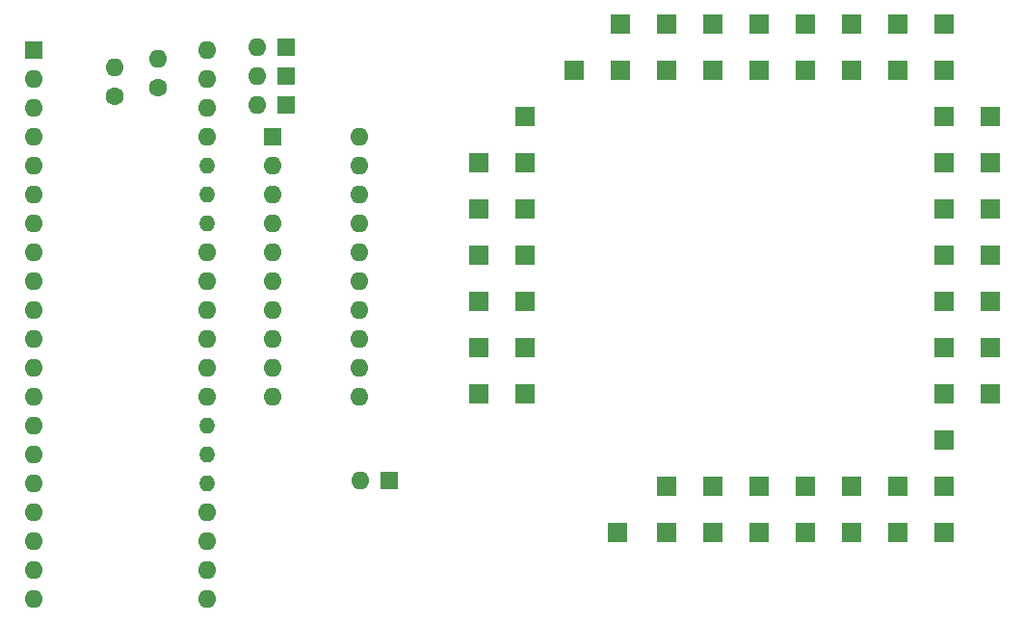
<source format=gbs>
G04 #@! TF.GenerationSoftware,KiCad,Pcbnew,(6.0.0)*
G04 #@! TF.CreationDate,2023-01-29T20:42:12-05:00*
G04 #@! TF.ProjectId,tms7000 qfp 60 adapter,746d7337-3030-4302-9071-667020363020,rev?*
G04 #@! TF.SameCoordinates,Original*
G04 #@! TF.FileFunction,Soldermask,Bot*
G04 #@! TF.FilePolarity,Negative*
%FSLAX46Y46*%
G04 Gerber Fmt 4.6, Leading zero omitted, Abs format (unit mm)*
G04 Created by KiCad (PCBNEW (6.0.0)) date 2023-01-29 20:42:12*
%MOMM*%
%LPD*%
G01*
G04 APERTURE LIST*
%ADD10R,1.700000X1.700000*%
%ADD11R,1.600000X1.600000*%
%ADD12O,1.600000X1.600000*%
%ADD13C,1.600000*%
%ADD14O,1.400000X1.400000*%
G04 APERTURE END LIST*
D10*
X200152000Y-54356000D03*
X179832000Y-50292000D03*
X175768000Y-46228000D03*
X187960000Y-90932000D03*
X183896000Y-86868000D03*
X204216000Y-74676000D03*
D11*
X151384000Y-86360000D03*
D12*
X148844000Y-86360000D03*
D10*
X159258000Y-78740000D03*
X196088000Y-50292000D03*
D13*
X131064000Y-51845000D03*
D12*
X131064000Y-49305000D03*
D10*
X163322000Y-74676000D03*
X187960000Y-50292000D03*
X200152000Y-82804000D03*
X200152000Y-70612000D03*
X204216000Y-58420000D03*
X196088000Y-46228000D03*
X163322000Y-66548000D03*
X163322000Y-78740000D03*
X171704000Y-50292000D03*
X183896000Y-46228000D03*
X179832000Y-90932000D03*
X175768000Y-86868000D03*
X192024000Y-86868000D03*
X183896000Y-50292000D03*
X179832000Y-46228000D03*
X163322000Y-62484000D03*
X171450000Y-90932000D03*
X179832000Y-86868000D03*
D11*
X141102000Y-56134000D03*
D12*
X141102000Y-58674000D03*
X141102000Y-61214000D03*
X141102000Y-63754000D03*
X141102000Y-66294000D03*
X141102000Y-68834000D03*
X141102000Y-71374000D03*
X141102000Y-73914000D03*
X141102000Y-76454000D03*
X141102000Y-78994000D03*
X148722000Y-78994000D03*
X148722000Y-76454000D03*
X148722000Y-73914000D03*
X148722000Y-71374000D03*
X148722000Y-68834000D03*
X148722000Y-66294000D03*
X148722000Y-63754000D03*
X148722000Y-61214000D03*
X148722000Y-58674000D03*
X148722000Y-56134000D03*
D10*
X192024000Y-90932000D03*
X159258000Y-62484000D03*
D11*
X142325810Y-50800000D03*
D12*
X139785810Y-50800000D03*
D10*
X196088000Y-86868000D03*
X175768000Y-90932000D03*
X200152000Y-62484000D03*
X183896000Y-90932000D03*
X200152000Y-46228000D03*
D11*
X120116000Y-48531500D03*
D12*
X120116000Y-51071500D03*
X120116000Y-53611500D03*
X120116000Y-56151500D03*
X120116000Y-58691500D03*
X120116000Y-61231500D03*
X120116000Y-63771500D03*
X120116000Y-66311500D03*
X120116000Y-68851500D03*
X120116000Y-71391500D03*
X120116000Y-73931500D03*
X120116000Y-76471500D03*
X120116000Y-79011500D03*
X120116000Y-81551500D03*
X120116000Y-84091500D03*
X120116000Y-86631500D03*
X120116000Y-89171500D03*
X120116000Y-91711500D03*
X120116000Y-94251500D03*
X120116000Y-96791500D03*
X135356000Y-96791500D03*
X135356000Y-94251500D03*
X135356000Y-91711500D03*
X135356000Y-89171500D03*
D14*
X135356000Y-86631500D03*
X135356000Y-84091500D03*
X135356000Y-81551500D03*
D12*
X135356000Y-79011500D03*
X135356000Y-76471500D03*
X135356000Y-73931500D03*
X135356000Y-71391500D03*
X135356000Y-68851500D03*
X135356000Y-66311500D03*
D14*
X135356000Y-63771500D03*
X135356000Y-61231500D03*
X135356000Y-58691500D03*
D12*
X135356000Y-56151500D03*
X135356000Y-53611500D03*
X135356000Y-51071500D03*
X135356000Y-48531500D03*
D10*
X204216000Y-70612000D03*
D13*
X127254000Y-52607000D03*
D12*
X127254000Y-50067000D03*
D11*
X142325810Y-53340000D03*
D12*
X139785810Y-53340000D03*
D10*
X187960000Y-46228000D03*
X163322000Y-54356000D03*
X159258000Y-70612000D03*
X200152000Y-66548000D03*
X204216000Y-62484000D03*
X200152000Y-50292000D03*
X200152000Y-74676000D03*
X159258000Y-74676000D03*
X171704000Y-46228000D03*
X163322000Y-58420000D03*
X204216000Y-78740000D03*
X187960000Y-86868000D03*
X196088000Y-90932000D03*
X192024000Y-50292000D03*
X204216000Y-54356000D03*
X200152000Y-90932000D03*
X159258000Y-66548000D03*
X200152000Y-78740000D03*
D11*
X142325810Y-48260000D03*
D12*
X139785810Y-48260000D03*
D10*
X167640000Y-50292000D03*
X200152000Y-86868000D03*
X175768000Y-50292000D03*
X200152000Y-58420000D03*
X163322000Y-70612000D03*
X204216000Y-66548000D03*
X159258000Y-58420000D03*
X192024000Y-46228000D03*
M02*

</source>
